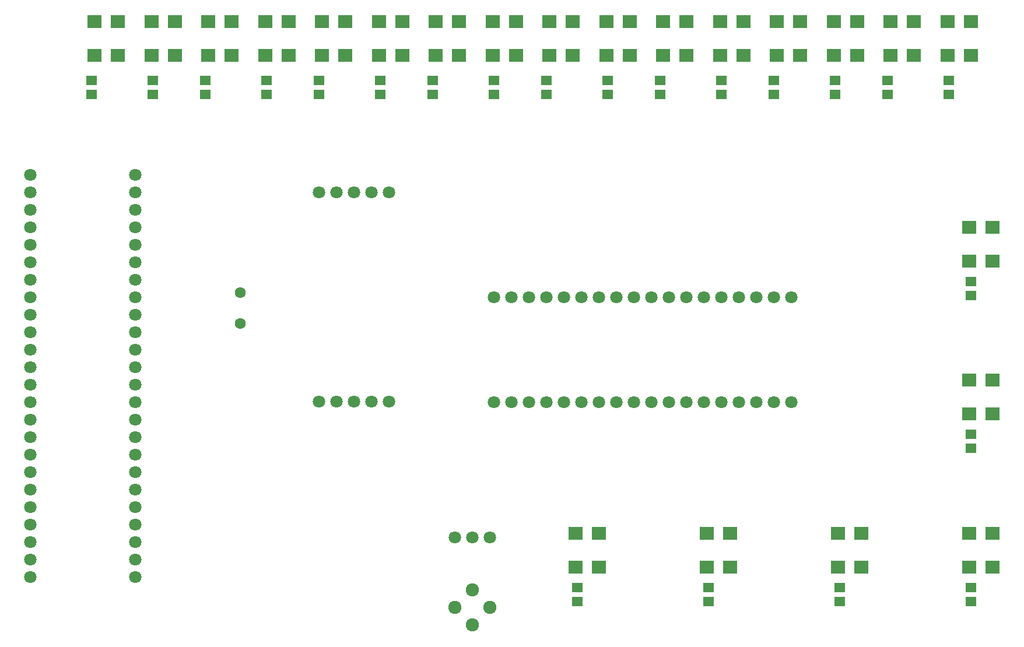
<source format=gbr>
G04 #@! TF.FileFunction,Soldermask,Top*
%FSLAX46Y46*%
G04 Gerber Fmt 4.6, Leading zero omitted, Abs format (unit mm)*
G04 Created by KiCad (PCBNEW 4.0.6) date 06/14/17 00:59:11*
%MOMM*%
%LPD*%
G01*
G04 APERTURE LIST*
%ADD10C,0.100000*%
%ADD11R,1.650000X1.400000*%
%ADD12C,1.600000*%
%ADD13C,1.924000*%
%ADD14C,1.800000*%
%ADD15R,2.000000X1.900000*%
G04 APERTURE END LIST*
D10*
D11*
X53340000Y-64500000D03*
X53340000Y-62500000D03*
X128270000Y-64500000D03*
X128270000Y-62500000D03*
X135890000Y-64500000D03*
X135890000Y-62500000D03*
X142875000Y-138160000D03*
X142875000Y-136160000D03*
X123825000Y-138160000D03*
X123825000Y-136160000D03*
X62230000Y-64500000D03*
X62230000Y-62500000D03*
X119380000Y-64500000D03*
X119380000Y-62500000D03*
X144780000Y-64500000D03*
X144780000Y-62500000D03*
X161925000Y-138160000D03*
X161925000Y-136160000D03*
X180975000Y-138160000D03*
X180975000Y-136160000D03*
X180975000Y-115935000D03*
X180975000Y-113935000D03*
X180975000Y-93710000D03*
X180975000Y-91710000D03*
X69850000Y-64500000D03*
X69850000Y-62500000D03*
X111760000Y-64500000D03*
X111760000Y-62500000D03*
X152400000Y-64500000D03*
X152400000Y-62500000D03*
X78740000Y-64500000D03*
X78740000Y-62500000D03*
X102870000Y-64500000D03*
X102870000Y-62500000D03*
X161290000Y-64500000D03*
X161290000Y-62500000D03*
X86360000Y-64500000D03*
X86360000Y-62500000D03*
X95250000Y-64500000D03*
X95250000Y-62500000D03*
X168910000Y-64500000D03*
X168910000Y-62500000D03*
X177800000Y-64500000D03*
X177800000Y-62500000D03*
D12*
X74930000Y-93345000D03*
X74930000Y-97845000D03*
D13*
X106045000Y-139065000D03*
X108585000Y-141605000D03*
X111125000Y-139065000D03*
X108585000Y-136525000D03*
D14*
X111125000Y-128905000D03*
X108585000Y-128905000D03*
X106045000Y-128905000D03*
X44450000Y-134620000D03*
X44450000Y-132080000D03*
X44450000Y-129540000D03*
X44450000Y-127000000D03*
X44450000Y-124460000D03*
X44450000Y-121920000D03*
X44450000Y-119380000D03*
X44450000Y-116840000D03*
X44450000Y-114300000D03*
X44450000Y-111760000D03*
X44450000Y-109220000D03*
X44450000Y-106680000D03*
X44450000Y-104140000D03*
X44450000Y-101600000D03*
X44450000Y-99060000D03*
X44450000Y-96520000D03*
X44450000Y-93980000D03*
X44450000Y-91440000D03*
X44450000Y-88900000D03*
X44450000Y-86360000D03*
X44450000Y-83820000D03*
X44450000Y-81280000D03*
X44450000Y-78740000D03*
X44450000Y-76200000D03*
X59690000Y-76200000D03*
X59690000Y-78740000D03*
X59690000Y-81280000D03*
X59690000Y-83820000D03*
X59690000Y-86360000D03*
X59690000Y-88900000D03*
X59690000Y-91440000D03*
X59690000Y-93980000D03*
X59690000Y-96520000D03*
X59690000Y-99060000D03*
X59690000Y-101600000D03*
X59690000Y-104140000D03*
X59690000Y-106680000D03*
X59690000Y-109220000D03*
X59690000Y-111760000D03*
X59690000Y-114300000D03*
X59690000Y-116840000D03*
X59690000Y-119380000D03*
X59690000Y-121920000D03*
X59690000Y-124460000D03*
X59690000Y-127000000D03*
X59690000Y-129540000D03*
X59690000Y-132080000D03*
X59690000Y-134620000D03*
X111760000Y-109220000D03*
X114300000Y-109220000D03*
X116840000Y-109220000D03*
X119380000Y-109220000D03*
X121920000Y-109220000D03*
X124460000Y-109220000D03*
X127000000Y-109220000D03*
X129540000Y-109220000D03*
X132080000Y-109220000D03*
X134620000Y-109220000D03*
X137160000Y-109220000D03*
X139700000Y-109220000D03*
X142240000Y-109220000D03*
X144780000Y-109220000D03*
X147320000Y-109220000D03*
X149860000Y-109220000D03*
X152400000Y-109220000D03*
X154940000Y-109220000D03*
X154940000Y-93980000D03*
X152400000Y-93980000D03*
X149860000Y-93980000D03*
X147320000Y-93980000D03*
X144780000Y-93980000D03*
X142240000Y-93980000D03*
X139700000Y-93980000D03*
X137160000Y-93980000D03*
X134620000Y-93980000D03*
X132080000Y-93980000D03*
X129540000Y-93980000D03*
X127000000Y-93980000D03*
X124460000Y-93980000D03*
X121920000Y-93980000D03*
X119380000Y-93980000D03*
X116840000Y-93980000D03*
X114300000Y-93980000D03*
X111760000Y-93980000D03*
X86360000Y-109140000D03*
X88900000Y-109140000D03*
X91440000Y-109140000D03*
X93980000Y-109140000D03*
X96520000Y-109140000D03*
X96520000Y-78740000D03*
X93980000Y-78740000D03*
X91440000Y-78740000D03*
X88900000Y-78740000D03*
X86360000Y-78740000D03*
D15*
X53750000Y-58875000D03*
X57150000Y-58875000D03*
X53750000Y-53975000D03*
X57150000Y-53975000D03*
X62005000Y-58875000D03*
X65405000Y-58875000D03*
X62005000Y-53975000D03*
X65405000Y-53975000D03*
X70260000Y-58875000D03*
X73660000Y-58875000D03*
X70260000Y-53975000D03*
X73660000Y-53975000D03*
X78515000Y-58875000D03*
X81915000Y-58875000D03*
X78515000Y-53975000D03*
X81915000Y-53975000D03*
X86770000Y-58875000D03*
X90170000Y-58875000D03*
X86770000Y-53975000D03*
X90170000Y-53975000D03*
X95025000Y-58875000D03*
X98425000Y-58875000D03*
X95025000Y-53975000D03*
X98425000Y-53975000D03*
X103280000Y-58875000D03*
X106680000Y-58875000D03*
X103280000Y-53975000D03*
X106680000Y-53975000D03*
X111535000Y-58875000D03*
X114935000Y-58875000D03*
X111535000Y-53975000D03*
X114935000Y-53975000D03*
X119790000Y-58875000D03*
X123190000Y-58875000D03*
X119790000Y-53975000D03*
X123190000Y-53975000D03*
X128045000Y-58875000D03*
X131445000Y-58875000D03*
X128045000Y-53975000D03*
X131445000Y-53975000D03*
X136300000Y-58875000D03*
X139700000Y-58875000D03*
X136300000Y-53975000D03*
X139700000Y-53975000D03*
X144555000Y-58875000D03*
X147955000Y-58875000D03*
X144555000Y-53975000D03*
X147955000Y-53975000D03*
X152810000Y-58875000D03*
X156210000Y-58875000D03*
X152810000Y-53975000D03*
X156210000Y-53975000D03*
X161065000Y-58875000D03*
X164465000Y-58875000D03*
X161065000Y-53975000D03*
X164465000Y-53975000D03*
X169320000Y-58875000D03*
X172720000Y-58875000D03*
X169320000Y-53975000D03*
X172720000Y-53975000D03*
X177575000Y-58875000D03*
X180975000Y-58875000D03*
X177575000Y-53975000D03*
X180975000Y-53975000D03*
X142650000Y-133170000D03*
X146050000Y-133170000D03*
X142650000Y-128270000D03*
X146050000Y-128270000D03*
X123600000Y-133170000D03*
X127000000Y-133170000D03*
X123600000Y-128270000D03*
X127000000Y-128270000D03*
X161700000Y-133170000D03*
X165100000Y-133170000D03*
X161700000Y-128270000D03*
X165100000Y-128270000D03*
X180750000Y-133170000D03*
X184150000Y-133170000D03*
X180750000Y-128270000D03*
X184150000Y-128270000D03*
X180750000Y-110945000D03*
X184150000Y-110945000D03*
X180750000Y-106045000D03*
X184150000Y-106045000D03*
X180750000Y-88720000D03*
X184150000Y-88720000D03*
X180750000Y-83820000D03*
X184150000Y-83820000D03*
M02*

</source>
